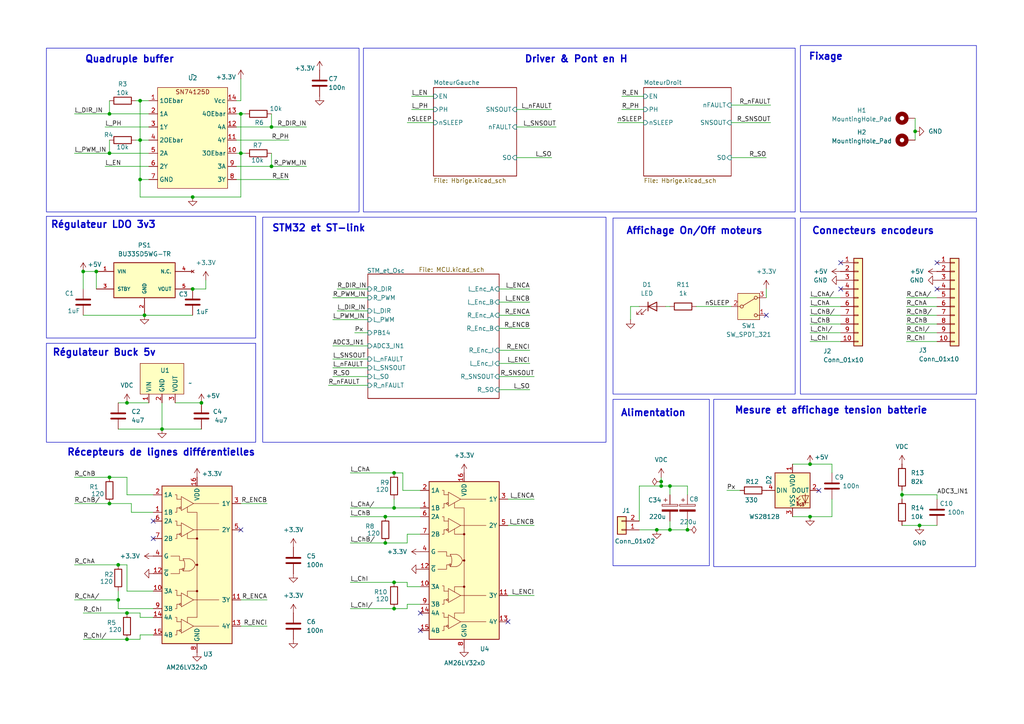
<source format=kicad_sch>
(kicad_sch (version 20250114) (generator "eeschema") (generator_version "9.0")
  (paper "A4")
  (title_block (title "Driver Moteur DC double ponts de Janus") (date "2025-05-11") (comment 1 "jusqu'à 35V 30A.  45V max en pic"))
  (lib_symbols
    (symbol "BU33SD5WG-TR:BU33SD5WG-TR" (pin_names (offset 1.016))
      (property "Reference" "PS" (at 24.13 6.35 0))
      (property "Value" "BU33SD5WG-TR" (at 22.86 3.81 0))
      (symbol "BU33SD5WG-TR_0_0"
        (pin no_connect line (at 27.94 0 180) (length 5.08) (name "N.C.") (number "4"))
      )
      (symbol "BU33SD5WG-TR_1_0"
        (pin power_in line (at 0 0 0) (length 5.08) (name "VIN") (number "1"))
        (pin power_in line (at 0 -5.08 0) (length 5.08) (name "STBY") (number "3"))
        (pin power_in line (at 13.97 -12.7 90) (length 5.08) (name "GND") (number "2"))
        (pin power_out line (at 27.94 -5.08 180) (length 5.08) (name "VOUT") (number "5"))
      )
    )
    (symbol "Connector_Generic:Conn_01x02" (pin_names (offset 1.016) (hide yes))
      (property "Reference" "J" (at 0 2.54 0))
      (property "Value" "Conn_01x02" (at 0 -5.08 0))
      (symbol "Conn_01x02_1_1"
        (pin passive line (at -5.08 0 0) (length 3.81) (name "Pin_1") (number "1"))
        (pin passive line (at -5.08 -2.54 0) (length 3.81) (name "Pin_2") (number "2"))
      )
    )
    (symbol "Connector_Generic:Conn_01x10" (pin_names (offset 1.016) (hide yes))
      (property "Reference" "J" (at 0 12.7 0))
      (property "Value" "Conn_01x10" (at 0 -15.24 0))
      (symbol "Conn_01x10_1_1"
        (pin passive line (at -5.08 10.16 0) (length 3.81) (name "Pin_1") (number "1"))
        (pin passive line (at -5.08 7.62 0) (length 3.81) (name "Pin_2") (number "2"))
        (pin passive line (at -5.08 5.08 0) (length 3.81) (name "Pin_3") (number "3"))
        (pin passive line (at -5.08 2.54 0) (length 3.81) (name "Pin_4") (number "4"))
        (pin passive line (at -5.08 0 0) (length 3.81) (name "Pin_5") (number "5"))
        (pin passive line (at -5.08 -2.54 0) (length 3.81) (name "Pin_6") (number "6"))
        (pin passive line (at -5.08 -5.08 0) (length 3.81) (name "Pin_7") (number "7"))
        (pin passive line (at -5.08 -7.62 0) (length 3.81) (name "Pin_8") (number "8"))
        (pin passive line (at -5.08 -10.16 0) (length 3.81) (name "Pin_9") (number "9"))
        (pin passive line (at -5.08 -12.7 0) (length 3.81) (name "Pin_10") (number "10"))
      )
    )
    (symbol "Device:C" (pin_numbers (hide yes)) (pin_names (offset 0.254))
      (property "Reference" "C" (at 0.635 2.54 0))
      (property "Value" "C" (at 0.635 -2.54 0))
      (symbol "C_1_1"
        (pin passive line (at 0 3.81 270) (length 2.794) (name "~") (number "1"))
        (pin passive line (at 0 -3.81 90) (length 2.794) (name "~") (number "2"))
      )
    )
    (symbol "Device:C_Polarized" (pin_numbers (hide yes)) (pin_names (offset 0.254))
      (property "Reference" "C" (at 0.635 2.54 0))
      (property "Value" "C_Polarized" (at 0.635 -2.54 0))
      (symbol "C_Polarized_1_1"
        (pin passive line (at 0 3.81 270) (length 2.794) (name "~") (number "1"))
        (pin passive line (at 0 -3.81 90) (length 2.794) (name "~") (number "2"))
      )
    )
    (symbol "Device:LED" (pin_numbers (hide yes)) (pin_names (offset 1.016) (hide yes))
      (property "Reference" "D" (at 0 2.54 0))
      (property "Value" "LED" (at 0 -2.54 0))
      (symbol "LED_1_1"
        (pin passive line (at -3.81 0 0) (length 2.54) (name "K") (number "1"))
        (pin passive line (at 3.81 0 180) (length 2.54) (name "A") (number "2"))
      )
    )
    (symbol "Device:R" (pin_numbers (hide yes)) (pin_names (offset 0))
      (property "Reference" "R" (at 2.032 0 90))
      (property "Value" "R" (at 0 0 90))
      (symbol "R_1_1"
        (pin passive line (at 0 3.81 270) (length 1.27) (name "~") (number "1"))
        (pin passive line (at 0 -3.81 90) (length 1.27) (name "~") (number "2"))
      )
    )
    (symbol "Interface:AM26LV32xD"
      (property "Reference" "U" (at -8.89 24.13 0))
      (property "Value" "AM26LV32xD" (at 10.16 24.13 0))
      (symbol "AM26LV32xD_1_1"
        (pin input line (at -12.7 20.32 0) (length 2.54) (name "1A") (number "2"))
        (pin input line (at -12.7 15.24 0) (length 2.54) (name "1B") (number "1"))
        (pin input line (at -12.7 12.7 0) (length 2.54) (name "2A") (number "6"))
        (pin input line (at -12.7 7.62 0) (length 2.54) (name "2B") (number "7"))
        (pin input line (at -12.7 2.54 0) (length 2.54) (name "G") (number "4"))
        (pin input line (at -12.7 -2.54 0) (length 2.54) (name "~{G}") (number "12"))
        (pin input line (at -12.7 -7.62 0) (length 2.54) (name "3A") (number "10"))
        (pin input line (at -12.7 -12.7 0) (length 2.54) (name "3B") (number "9"))
        (pin input line (at -12.7 -15.24 0) (length 2.54) (name "4A") (number "14"))
        (pin input line (at -12.7 -20.32 0) (length 2.54) (name "4B") (number "15"))
        (pin power_in line (at 0 25.4 270) (length 2.54) (name "VDD") (number "16"))
        (pin power_in line (at 0 -25.4 90) (length 2.54) (name "GND") (number "8"))
        (pin tri_state line (at 12.7 17.78 180) (length 2.54) (name "1Y") (number "3"))
        (pin tri_state line (at 12.7 10.16 180) (length 2.54) (name "2Y") (number "5"))
        (pin tri_state line (at 12.7 -10.16 180) (length 2.54) (name "3Y") (number "11"))
        (pin tri_state line (at 12.7 -17.78 180) (length 2.54) (name "4Y") (number "13"))
      )
    )
    (symbol "LED:WS2812B" (pin_names (offset 0.254))
      (property "Reference" "D" (at 5.08 5.715 0))
      (property "Value" "WS2812B" (at 1.27 -5.715 0))
      (symbol "WS2812B_0_0"
        (text "RGB" (at 2.286 -4.191 0) (effects (font (size 0.762 0.762))))
      )
      (symbol "WS2812B_1_1"
        (pin input line (at -7.62 0 0) (length 2.54) (name "DIN") (number "4"))
        (pin power_in line (at 0 7.62 270) (length 2.54) (name "VDD") (number "1"))
        (pin power_in line (at 0 -7.62 90) (length 2.54) (name "VSS") (number "3"))
        (pin output line (at 7.62 0 180) (length 2.54) (name "DOUT") (number "2"))
      )
    )
    (symbol "MagI3C:MagI3C_3v3_StepDown"
      (property "Reference" "U" (at 0 2.54 0))
      (symbol "MagI3C_3v3_StepDown_1_1"
        (pin power_in line (at -3.81 -6.35 90) (length 2.54) (name "VIN") (number "1"))
        (pin power_in line (at 0 -6.35 90) (length 2.54) (name "GND") (number "2"))
        (pin power_out line (at 3.81 -6.35 90) (length 2.54) (name "VOUT") (number "3"))
      )
    )
    (symbol "Mechanical:MountingHole_Pad" (pin_numbers (hide yes)) (pin_names (offset 1.016) (hide yes)) (in_bom no)
      (property "Reference" "H" (at 0 6.35 0))
      (property "Value" "MountingHole_Pad" (at 0 4.445 0))
      (symbol "MountingHole_Pad_1_1"
        (pin input line (at 0 -2.54 90) (length 2.54) (name "1") (number "1"))
      )
    )
    (symbol "SN74HC125:SN74125D"
      (property "Reference" "U" (at 0 0 0))
      (symbol "SN74125D_1_1"
        (text "SN74125D\n" (at 0 13.97 0) (effects (font (size 1.27 1.27))))
        (pin input line (at -12.7 11.43 0) (length 2.54) (name "1OEbar") (number "1"))
        (pin input line (at -12.7 7.62 0) (length 2.54) (name "1A") (number "2"))
        (pin input line (at -12.7 3.81 0) (length 2.54) (name "1Y") (number "3"))
        (pin input line (at -12.7 0 0) (length 2.54) (name "2OEbar") (number "4"))
        (pin input line (at -12.7 -3.81 0) (length 2.54) (name "2A") (number "5"))
        (pin input line (at -12.7 -7.62 0) (length 2.54) (name "2Y") (number "6"))
        (pin power_in line (at -12.7 -11.43 0) (length 2.54) (name "GND") (number "7"))
        (pin input line (at 12.7 11.43 180) (length 2.54) (name "Vcc") (number "14"))
        (pin input line (at 12.7 7.62 180) (length 2.54) (name "4OEbar") (number "13"))
        (pin input line (at 12.7 3.81 180) (length 2.54) (name "4A") (number "12"))
        (pin input line (at 12.7 0 180) (length 2.54) (name "4Y") (number "11"))
        (pin input line (at 12.7 -3.81 180) (length 2.54) (name "3OEbar") (number "10"))
        (pin input line (at 12.7 -7.62 180) (length 2.54) (name "3A") (number "9"))
        (pin input line (at 12.7 -11.43 180) (length 2.54) (name "3Y") (number "8"))
      )
    )
    (symbol "Switch:SW_SPDT_321" (pin_names (offset 1) (hide yes))
      (property "Reference" "SW" (at 0 5.08 0))
      (property "Value" "SW_SPDT_321" (at 0 -5.08 0))
      (symbol "SW_SPDT_321_1_1"
        (pin passive line (at -5.08 0 0) (length 2.54) (name "B") (number "2"))
        (pin passive line (at 5.08 2.54 180) (length 2.54) (name "A") (number "3"))
        (pin passive line (at 5.08 -2.54 180) (length 2.54) (name "C") (number "1"))
      )
    )
    (symbol "power:+3.3V" (power) (pin_numbers (hide yes)) (pin_names (offset 0) (hide yes))
      (property "Value" "+3.3V" (at 0 3.556 0))
      (symbol "+3.3V_1_1"
        (pin power_in line (at 0 0 90) (length 0) (name "~") (number "1"))
      )
    )
    (symbol "power:+5V" (power) (pin_numbers (hide yes)) (pin_names (offset 0) (hide yes))
      (property "Value" "+5V" (at 0 3.556 0))
      (symbol "+5V_1_1"
        (pin power_in line (at 0 0 90) (length 0) (name "~") (number "1"))
      )
    )
    (symbol "power:GND" (power) (pin_numbers (hide yes)) (pin_names (offset 0) (hide yes))
      (property "Value" "GND" (at 0 -3.81 0))
      (symbol "GND_1_1"
        (pin power_in line (at 0 0 270) (length 0) (name "~") (number "1"))
      )
    )
    (symbol "power:PWR_FLAG" (power) (pin_numbers (hide yes)) (pin_names (offset 0) (hide yes))
      (property "Value" "PWR_FLAG" (at 0 3.81 0))
      (symbol "PWR_FLAG_0_0"
        (pin power_out line (at 0 0 90) (length 0) (name "~") (number "1"))
      )
    )
    (symbol "power:VDC" (power) (pin_numbers (hide yes)) (pin_names (offset 0) (hide yes))
      (property "Value" "VDC" (at 0 3.556 0))
      (symbol "VDC_1_1"
        (pin power_in line (at 0 0 90) (length 0) (name "~") (number "1"))
      )
    )
  )
  (rectangle (start 13.462 62.738) (end 74.168 98.044))
  (rectangle (start 232.156 13.208) (end 283.21 61.468))
  (rectangle (start 76.2 62.992) (end 175.768 128.27))
  (rectangle (start 232.156 63.246) (end 283.21 114.3))
  (rectangle (start 13.462 13.97) (end 104.14 61.468))
  (rectangle (start 105.41 13.97) (end 230.632 61.468))
  (rectangle (start 207.01 115.824) (end 282.956 164.338))
  (rectangle (start 177.8 115.824) (end 205.74 164.084))
  (rectangle (start 177.8 63.246) (end 230.632 114.3))
  (rectangle (start 13.462 99.568) (end 74.168 128.27))
  (text "STM32 et ST-link\n" (at 92.456 66.294 0) (effects (font (size 2 2) (thickness 0.4) (bold yes))))
  (text "Driver & Pont en H" (at 167.132 17.272 0) (effects (font (size 2 2) (thickness 0.4) (bold yes))))
  (text "Fixage\n" (at 239.522 16.51 0) (effects (font (size 2 2) (thickness 0.4) (bold yes))))
  (text "Quadruple buffer\n" (at 37.592 17.272 0) (effects (font (size 2 2) (thickness 0.4) (bold yes))))
  (text "Régulateur LDO 3v3\n" (at 29.972 65.278 0) (effects (font (size 2 2) (thickness 0.4) (bold yes))))
  (text "Connecteurs encodeurs" (at 253.238 67.056 0) (effects (font (size 2 2) (thickness 0.4) (bold yes))))
  (text "Alimentation\n" (at 189.484 119.888 0) (effects (font (size 2 2) (thickness 0.4) (bold yes))))
  (text "Affichage On/Off moteurs\n" (at 201.422 67.056 0) (effects (font (size 2 2) (thickness 0.4) (bold yes))))
  (text "Récepteurs de lignes différentielles" (at 46.736 131.318 0) (effects (font (size 2 2) (thickness 0.4) (bold yes))))
  (text "Régulateur Buck 5v" (at 30.226 102.362 0) (effects (font (size 2 2) (thickness 0.4) (bold yes))))
  (text "Mesure et affichage tension batterie" (at 241.046 119.126 0) (effects (font (size 2 2) (thickness 0.4) (bold yes))))
  (junction (at 266.7 152.4))
  (junction (at 31.75 44.45))
  (junction (at 58.42 116.84))
  (junction (at 36.83 116.84))
  (junction (at 46.99 124.46))
  (junction (at 194.31 153.67))
  (junction (at 34.29 163.83))
  (junction (at 234.95 149.86))
  (junction (at 114.3 137.16))
  (junction (at 199.39 153.67))
  (junction (at 191.77 139.7))
  (junction (at 234.95 134.62))
  (junction (at 261.62 143.51))
  (junction (at 40.64 52.07))
  (junction (at 111.76 149.86))
  (junction (at 24.13 78.74))
  (junction (at 69.85 33.02))
  (junction (at 36.83 177.8))
  (junction (at 265.43 38.1))
  (junction (at 31.75 146.05))
  (junction (at 114.3 176.53))
  (junction (at 114.3 168.91))
  (junction (at 55.88 83.82))
  (junction (at 114.3 147.32))
  (junction (at 111.76 157.48))
  (junction (at 34.29 173.99))
  (junction (at 69.85 44.45))
  (junction (at 191.77 140.97))
  (junction (at 55.88 57.15))
  (junction (at 40.64 29.21))
  (junction (at 40.64 40.64))
  (junction (at 31.75 138.43))
  (junction (at 41.91 91.44))
  (junction (at 31.75 33.02))
  (junction (at 190.5 153.67))
  (junction (at 36.83 185.42))
  (junction (at 78.74 48.26))
  (junction (at 27.94 78.74))
  (junction (at 78.74 36.83))
  (junction (at 194.31 140.97))
  (no_connect (at 147.32 180.34))
  (no_connect (at 44.45 151.13))
  (no_connect (at 271.78 76.2))
  (no_connect (at 271.78 83.82))
  (no_connect (at 69.85 153.67))
  (no_connect (at 243.84 76.2))
  (no_connect (at 44.45 156.21))
  (no_connect (at 222.25 91.44))
  (no_connect (at 121.92 177.8))
  (no_connect (at 243.84 83.82))
  (no_connect (at 237.49 142.24))
  (no_connect (at 121.92 182.88))
  (wire (pts (xy 69.85 44.45) (xy 68.58 44.45)))
  (wire (pts (xy 262.89 86.36) (xy 271.78 86.36)))
  (wire (pts (xy 161.29 36.83) (xy 149.86 36.83)))
  (wire (pts (xy 69.85 22.86) (xy 69.85 29.21)))
  (wire (pts (xy 261.62 143.51) (xy 271.78 143.51)))
  (wire (pts (xy 38.1 148.59) (xy 44.45 148.59)))
  (wire (pts (xy 101.6 157.48) (xy 111.76 157.48)))
  (wire (pts (xy 179.07 35.56) (xy 186.69 35.56)))
  (wire (pts (xy 234.95 86.36) (xy 243.84 86.36)))
  (wire (pts (xy 34.29 116.84) (xy 36.83 116.84)))
  (wire (pts (xy 21.59 33.02) (xy 31.75 33.02)))
  (wire (pts (xy 185.42 140.97) (xy 191.77 140.97)))
  (wire (pts (xy 114.3 176.53) (xy 118.11 176.53)))
  (wire (pts (xy 223.52 35.56) (xy 212.09 35.56)))
  (wire (pts (xy 31.75 44.45) (xy 31.75 40.64)))
  (wire (pts (xy 69.85 33.02) (xy 69.85 44.45)))
  (wire (pts (xy 147.32 172.72) (xy 154.94 172.72)))
  (wire (pts (xy 234.95 91.44) (xy 243.84 91.44)))
  (wire (pts (xy 97.79 90.17) (xy 106.68 90.17)))
  (wire (pts (xy 234.95 149.86) (xy 229.87 149.86)))
  (wire (pts (xy 21.59 138.43) (xy 31.75 138.43)))
  (wire (pts (xy 185.42 151.13) (xy 185.42 140.97)))
  (wire (pts (xy 31.75 146.05) (xy 38.1 146.05)))
  (wire (pts (xy 111.76 157.48) (xy 118.11 157.48)))
  (wire (pts (xy 40.64 29.21) (xy 40.64 40.64)))
  (wire (pts (xy 229.87 134.62) (xy 234.95 134.62)))
  (wire (pts (xy 114.3 147.32) (xy 114.3 144.78)))
  (wire (pts (xy 46.99 116.84) (xy 46.99 124.46)))
  (wire (pts (xy 69.85 33.02) (xy 71.12 33.02)))
  (wire (pts (xy 191.77 139.7) (xy 191.77 140.97)))
  (wire (pts (xy 68.58 48.26) (xy 78.74 48.26)))
  (wire (pts (xy 241.3 144.78) (xy 241.3 149.86)))
  (wire (pts (xy 40.64 57.15) (xy 55.88 57.15)))
  (wire (pts (xy 71.12 44.45) (xy 69.85 44.45)))
  (wire (pts (xy 153.67 113.03) (xy 144.78 113.03)))
  (wire (pts (xy 194.31 153.67) (xy 199.39 153.67)))
  (wire (pts (xy 153.67 91.44) (xy 144.78 91.44)))
  (wire (pts (xy 153.67 105.41) (xy 144.78 105.41)))
  (wire (pts (xy 194.31 140.97) (xy 199.39 140.97)))
  (wire (pts (xy 265.43 34.29) (xy 265.43 38.1)))
  (wire (pts (xy 69.85 29.21) (xy 68.58 29.21)))
  (wire (pts (xy 262.89 93.98) (xy 271.78 93.98)))
  (wire (pts (xy 271.78 144.78) (xy 271.78 143.51)))
  (wire (pts (xy 147.32 152.4) (xy 154.94 152.4)))
  (wire (pts (xy 194.31 143.51) (xy 194.31 140.97)))
  (wire (pts (xy 24.13 78.74) (xy 27.94 78.74)))
  (wire (pts (xy 96.52 92.71) (xy 106.68 92.71)))
  (wire (pts (xy 50.8 116.84) (xy 58.42 116.84)))
  (wire (pts (xy 44.45 176.53) (xy 34.29 176.53)))
  (wire (pts (xy 69.85 146.05) (xy 77.47 146.05)))
  (wire (pts (xy 222.25 83.82) (xy 222.25 86.36)))
  (wire (pts (xy 36.83 116.84) (xy 43.18 116.84)))
  (wire (pts (xy 44.45 171.45) (xy 36.83 171.45)))
  (wire (pts (xy 191.77 140.97) (xy 194.31 140.97)))
  (wire (pts (xy 118.11 154.94) (xy 121.92 154.94)))
  (wire (pts (xy 241.3 134.62) (xy 241.3 137.16)))
  (wire (pts (xy 234.95 88.9) (xy 243.84 88.9)))
  (wire (pts (xy 69.85 181.61) (xy 77.47 181.61)))
  (wire (pts (xy 265.43 38.1) (xy 265.43 40.64)))
  (wire (pts (xy 153.67 101.6) (xy 144.78 101.6)))
  (wire (pts (xy 68.58 33.02) (xy 69.85 33.02)))
  (wire (pts (xy 182.88 88.9) (xy 185.42 88.9)))
  (wire (pts (xy 40.64 185.42) (xy 40.64 184.15)))
  (wire (pts (xy 69.85 44.45) (xy 69.85 57.15)))
  (wire (pts (xy 30.48 36.83) (xy 43.18 36.83)))
  (wire (pts (xy 194.31 151.13) (xy 194.31 153.67)))
  (wire (pts (xy 96.52 106.68) (xy 106.68 106.68)))
  (wire (pts (xy 39.37 29.21) (xy 40.64 29.21)))
  (wire (pts (xy 21.59 163.83) (xy 34.29 163.83)))
  (wire (pts (xy 83.82 52.07) (xy 68.58 52.07)))
  (wire (pts (xy 185.42 153.67) (xy 190.5 153.67)))
  (wire (pts (xy 40.64 52.07) (xy 40.64 57.15)))
  (wire (pts (xy 118.11 157.48) (xy 118.11 154.94)))
  (wire (pts (xy 119.38 31.75) (xy 125.73 31.75)))
  (wire (pts (xy 261.62 152.4) (xy 266.7 152.4)))
  (wire (pts (xy 36.83 163.83) (xy 36.83 171.45)))
  (wire (pts (xy 40.64 52.07) (xy 43.18 52.07)))
  (wire (pts (xy 39.37 40.64) (xy 40.64 40.64)))
  (wire (pts (xy 40.64 40.64) (xy 43.18 40.64)))
  (wire (pts (xy 40.64 184.15) (xy 44.45 184.15)))
  (wire (pts (xy 68.58 36.83) (xy 78.74 36.83)))
  (wire (pts (xy 69.85 173.99) (xy 77.47 173.99)))
  (wire (pts (xy 34.29 176.53) (xy 34.29 173.99)))
  (wire (pts (xy 261.62 144.78) (xy 261.62 143.51)))
  (wire (pts (xy 59.69 81.28) (xy 59.69 83.82)))
  (wire (pts (xy 101.6 168.91) (xy 114.3 168.91)))
  (wire (pts (xy 118.11 175.26) (xy 121.92 175.26)))
  (wire (pts (xy 78.74 48.26) (xy 78.74 44.45)))
  (wire (pts (xy 116.84 142.24) (xy 121.92 142.24)))
  (wire (pts (xy 36.83 177.8) (xy 40.64 177.8)))
  (wire (pts (xy 153.67 95.25) (xy 144.78 95.25)))
  (wire (pts (xy 40.64 179.07) (xy 44.45 179.07)))
  (wire (pts (xy 118.11 170.18) (xy 121.92 170.18)))
  (wire (pts (xy 34.29 124.46) (xy 46.99 124.46)))
  (wire (pts (xy 21.59 173.99) (xy 34.29 173.99)))
  (wire (pts (xy 101.6 176.53) (xy 114.3 176.53)))
  (wire (pts (xy 96.52 86.36) (xy 106.68 86.36)))
  (wire (pts (xy 21.59 146.05) (xy 31.75 146.05)))
  (wire (pts (xy 78.74 36.83) (xy 88.9 36.83)))
  (wire (pts (xy 199.39 140.97) (xy 199.39 143.51)))
  (wire (pts (xy 234.95 93.98) (xy 243.84 93.98)))
  (wire (pts (xy 40.64 177.8) (xy 40.64 179.07)))
  (wire (pts (xy 262.89 88.9) (xy 271.78 88.9)))
  (wire (pts (xy 24.13 185.42) (xy 36.83 185.42)))
  (wire (pts (xy 96.52 100.33) (xy 106.68 100.33)))
  (wire (pts (xy 55.88 57.15) (xy 69.85 57.15)))
  (wire (pts (xy 194.31 88.9) (xy 193.04 88.9)))
  (wire (pts (xy 101.6 137.16) (xy 114.3 137.16)))
  (wire (pts (xy 46.99 124.46) (xy 58.42 124.46)))
  (wire (pts (xy 262.89 96.52) (xy 271.78 96.52)))
  (wire (pts (xy 96.52 104.14) (xy 106.68 104.14)))
  (wire (pts (xy 118.11 176.53) (xy 118.11 175.26)))
  (wire (pts (xy 199.39 151.13) (xy 199.39 153.67)))
  (wire (pts (xy 180.34 31.75) (xy 186.69 31.75)))
  (wire (pts (xy 36.83 185.42) (xy 40.64 185.42)))
  (wire (pts (xy 36.83 143.51) (xy 44.45 143.51)))
  (wire (pts (xy 241.3 149.86) (xy 234.95 149.86)))
  (wire (pts (xy 95.25 111.76) (xy 106.68 111.76)))
  (wire (pts (xy 38.1 146.05) (xy 38.1 148.59)))
  (wire (pts (xy 191.77 138.43) (xy 191.77 139.7)))
  (wire (pts (xy 154.94 109.22) (xy 144.78 109.22)))
  (wire (pts (xy 116.84 137.16) (xy 116.84 142.24)))
  (wire (pts (xy 114.3 137.16) (xy 116.84 137.16)))
  (wire (pts (xy 182.88 88.9) (xy 182.88 92.71)))
  (wire (pts (xy 201.93 88.9) (xy 212.09 88.9)))
  (wire (pts (xy 266.7 152.4) (xy 271.78 152.4)))
  (wire (pts (xy 101.6 147.32) (xy 114.3 147.32)))
  (wire (pts (xy 36.83 138.43) (xy 36.83 143.51)))
  (wire (pts (xy 78.74 48.26) (xy 88.9 48.26)))
  (wire (pts (xy 210.82 142.24) (xy 214.63 142.24)))
  (wire (pts (xy 43.18 44.45) (xy 31.75 44.45)))
  (wire (pts (xy 40.64 29.21) (xy 43.18 29.21)))
  (wire (pts (xy 83.82 40.64) (xy 68.58 40.64)))
  (wire (pts (xy 31.75 138.43) (xy 36.83 138.43)))
  (wire (pts (xy 31.75 33.02) (xy 31.75 29.21)))
  (wire (pts (xy 153.67 83.82) (xy 144.78 83.82)))
  (wire (pts (xy 180.34 27.94) (xy 186.69 27.94)))
  (wire (pts (xy 24.13 177.8) (xy 36.83 177.8)))
  (wire (pts (xy 262.89 91.44) (xy 271.78 91.44)))
  (wire (pts (xy 30.48 48.26) (xy 43.18 48.26)))
  (wire (pts (xy 234.95 99.06) (xy 243.84 99.06)))
  (wire (pts (xy 190.5 153.67) (xy 194.31 153.67)))
  (wire (pts (xy 262.89 99.06) (xy 271.78 99.06)))
  (wire (pts (xy 160.02 45.72) (xy 149.86 45.72)))
  (wire (pts (xy 40.64 40.64) (xy 40.64 52.07)))
  (wire (pts (xy 24.13 91.44) (xy 41.91 91.44)))
  (wire (pts (xy 234.95 134.62) (xy 241.3 134.62)))
  (wire (pts (xy 24.13 83.82) (xy 24.13 78.74)))
  (wire (pts (xy 234.95 96.52) (xy 243.84 96.52)))
  (wire (pts (xy 153.67 87.63) (xy 144.78 87.63)))
  (wire (pts (xy 59.69 83.82) (xy 55.88 83.82)))
  (wire (pts (xy 21.59 44.45) (xy 31.75 44.45)))
  (wire (pts (xy 41.91 91.44) (xy 55.88 91.44)))
  (wire (pts (xy 223.52 30.48) (xy 212.09 30.48)))
  (wire (pts (xy 101.6 149.86) (xy 111.76 149.86)))
  (wire (pts (xy 118.11 168.91) (xy 118.11 170.18)))
  (wire (pts (xy 111.76 149.86) (xy 121.92 149.86)))
  (wire (pts (xy 114.3 147.32) (xy 121.92 147.32)))
  (wire (pts (xy 114.3 168.91) (xy 118.11 168.91)))
  (wire (pts (xy 34.29 163.83) (xy 36.83 163.83)))
  (wire (pts (xy 119.38 27.94) (xy 125.73 27.94)))
  (wire (pts (xy 96.52 109.22) (xy 106.68 109.22)))
  (wire (pts (xy 97.79 83.82) (xy 106.68 83.82)))
  (wire (pts (xy 27.94 78.74) (xy 27.94 83.82)))
  (wire (pts (xy 222.25 45.72) (xy 212.09 45.72)))
  (wire (pts (xy 261.62 143.51) (xy 261.62 142.24)))
  (wire (pts (xy 102.87 96.52) (xy 106.68 96.52)))
  (wire (pts (xy 147.32 144.78) (xy 154.94 144.78)))
  (wire (pts (xy 34.29 173.99) (xy 34.29 171.45)))
  (wire (pts (xy 43.18 33.02) (xy 31.75 33.02)))
  (wire (pts (xy 160.02 31.75) (xy 149.86 31.75)))
  (wire (pts (xy 78.74 36.83) (xy 78.74 33.02)))
  (wire (pts (xy 118.11 35.56) (xy 125.73 35.56)))
  (label "R_ChB" (at 262.89 93.98 0))
  (label "L_ChB" (at 101.6 149.86 0))
  (label "L_ChI" (at 234.95 99.06 0))
  (label "L_nFAULT" (at 160.02 31.75 180))
  (label "R_PWM_IN" (at 88.9 48.26 180))
  (label "R_nFAULT" (at 95.25 111.76 0))
  (label "L_ChA" (at 234.95 88.9 0))
  (label "L_SO" (at 160.02 45.72 180))
  (label "R_EN" (at 180.34 27.94 0))
  (label "R_ChA" (at 262.89 88.9 0))
  (label "R_ChB{slash}" (at 21.59 146.05 0))
  (label "Px" (at 210.82 142.24 0))
  (label "L_ENCA" (at 153.67 83.82 180))
  (label "L_ChI{slash}" (at 101.6 176.53 0))
  (label "R_ChB{slash}" (at 262.89 91.44 0))
  (label "L_ChB{slash}" (at 234.95 91.44 0))
  (label "L_SO" (at 153.67 113.03 180))
  (label "R_DIR_IN" (at 97.79 83.82 0))
  (label "Px" (at 102.87 96.52 0))
  (label "ADC3_IN1" (at 96.52 100.33 0))
  (label "L_ChA{slash}" (at 234.95 86.36 0))
  (label "L_SNSOUT" (at 96.52 104.14 0))
  (label "L_ENCA" (at 154.94 144.78 180))
  (label "R_PH" (at 83.82 40.64 180))
  (label "R_EN" (at 83.82 52.07 180))
  (label "L_PWM_IN" (at 21.59 44.45 0))
  (label "nSLEEP" (at 204.47 88.9 0))
  (label "R_ENCI" (at 77.47 181.61 180))
  (label "R_ENCB" (at 153.67 95.25 180))
  (label "R_ENCA" (at 153.67 91.44 180))
  (label "L_ChA{slash}" (at 101.6 147.32 0))
  (label "R_PWM_IN" (at 96.52 86.36 0))
  (label "R_ChI{slash}" (at 24.13 185.42 0))
  (label "L_EN" (at 119.38 27.94 0))
  (label "R_SO" (at 222.25 45.72 180))
  (label "L_ChB" (at 234.95 93.98 0))
  (label "L_PH" (at 30.48 36.83 0))
  (label "L_ENCI" (at 154.94 172.72 180))
  (label "R_SO" (at 96.52 109.22 0))
  (label "R_ChB" (at 21.59 138.43 0))
  (label "nSLEEP" (at 118.11 35.56 0))
  (label "R_DIR_IN" (at 88.9 36.83 180))
  (label "L_ChI{slash}" (at 234.95 96.52 0))
  (label "R_nFAULT" (at 223.52 30.48 180))
  (label "R_ENCA" (at 77.47 173.99 180))
  (label "L_EN" (at 30.48 48.26 0))
  (label "L_DIR_IN" (at 97.79 90.17 0))
  (label "R_SNSOUT" (at 154.94 109.22 180))
  (label "L_ENCB" (at 154.94 152.4 180))
  (label "L_PWM_IN" (at 96.52 92.71 0))
  (label "L_PH" (at 119.38 31.75 0))
  (label "R_ChA{slash}" (at 21.59 173.99 0))
  (label "ADC3_IN1" (at 271.78 143.51 0))
  (label "L_nFAULT" (at 96.52 106.68 0))
  (label "R_ChI{slash}" (at 262.89 96.52 0))
  (label "nSLEEP" (at 179.07 35.56 0))
  (label "R_ChI" (at 262.89 99.06 0))
  (label "R_SNSOUT" (at 223.52 35.56 180))
  (label "R_ChI" (at 24.13 177.8 0))
  (label "R_ChA{slash}" (at 262.89 86.36 0))
  (label "R_ENCB" (at 77.47 146.05 180))
  (label "R_ChA" (at 21.59 163.83 0))
  (label "L_ChB{slash}" (at 101.6 157.48 0))
  (label "L_ENCI" (at 153.67 105.41 180))
  (label "R_ENCI" (at 153.67 101.6 180))
  (label "R_PH" (at 180.34 31.75 0))
  (label "L_DIR_IN" (at 21.59 33.02 0))
  (label "L_ChA" (at 101.6 137.16 0))
  (label "L_SNSOUT" (at 161.29 36.83 180))
  (label "L_ENCB" (at 153.67 87.63 180))
  (label "L_ChI" (at 101.6 168.91 0))
  (symbol (lib_id "power:GND") (at 265.43 38.1 90) (unit 1)
    (property "Reference" "#PWR032" (effects (hide yes)))
    (property "Value" "GND" (at 269.24 38.0999 90) (effects (justify right)))
    (property "Description" "Power symbol creates a global label with name \"GND\" , ground" (effects (hide yes)))
  )
  (symbol (lib_id "Device:C") (at 58.42 120.65 0) (unit 1)
    (property "Reference" "C4" (at 61.722 119.38 0) (effects (justify left)))
    (property "Value" "4u7" (at 62.23 121.9199 0) (effects (justify left)))
    (property "Footprint" "Capacitor_SMD:C_0603_1608Metric" (effects (hide yes)))
    (property "Description" "Unpolarized capacitor" (effects (hide yes)))
  )
  (symbol (lib_id "power:+5V") (at 234.95 134.62 0) (unit 1)
    (property "Reference" "#PWR027" (effects (hide yes)))
    (property "Value" "+5V" (at 238.252 132.588 0))
    (property "Description" "Power symbol creates a global label with name \"+5V\"" (effects (hide yes)))
  )
  (symbol (lib_id "Device:R") (at 35.56 29.21 90) (unit 1)
    (property "Reference" "R3" (at 35.56 24.384 90))
    (property "Value" "10k" (at 35.56 26.924 90))
    (property "Footprint" "Resistor_SMD:R_0402_1005Metric" (effects (hide yes)))
    (property "Description" "Resistor" (effects (hide yes)))
  )
  (symbol (lib_id "Device:C") (at 85.09 162.56 0) (unit 1)
    (property "Reference" "C5" (at 88.9 161.2899 0) (effects (justify left)))
    (property "Value" "100n" (at 88.9 163.8299 0) (effects (justify left)))
    (property "Footprint" "Capacitor_SMD:C_0402_1005Metric" (effects (hide yes)))
    (property "Description" "Unpolarized capacitor" (effects (hide yes)))
  )
  (symbol (lib_id "MagI3C:MagI3C_3v3_StepDown") (at 46.99 110.49 0) (unit 1)
    (property "Reference" "U1" (at 46.482 107.442 0) (effects (justify left)))
    (property "Value" "~" (at 54.61 111.125 0) (effects (justify left)))
    (property "Footprint" "MagI3C:StepDown3v3" (effects (hide yes)))
    (property "Datasheet" "https://www.we-online.com/components/products/datasheet/173010578.pdf" (effects (hide yes)))
    (property "Description" "MagI3C Power Module, 5V fix output, up to 1A, 28V" (effects (hide yes)))
    (property "MPN" "173010x78" (effects (hide yes)))
  )
  (symbol (lib_id "power:GND") (at 44.45 166.37 270) (unit 1)
    (property "Reference" "#PWR05" (effects (hide yes)))
    (property "Value" "GND" (effects (hide yes)))
    (property "Description" "Power symbol creates a global label with name \"GND\" , ground" (effects (hide yes)))
  )
  (symbol (lib_id "Connector_Generic:Conn_01x10") (at 248.92 86.36 0) (unit 1)
    (property "Reference" "J2" (at 238.76 101.854 0) (effects (justify left)))
    (property "Value" "Conn_01x10" (at 238.76 104.394 0) (effects (justify left)))
    (property "Footprint" "Connector_PinHeader_1.27mm:PinHeader_2x05_P1.27mm_Vertical_SMD" (effects (hide yes)))
    (property "Description" "Generic connector, single row, 01x10, script generated (kicad-library-utils/schlib/autogen/connector/)" (effects (hide yes)))
  )
  (symbol (lib_id "power:GND") (at 85.09 166.37 0) (unit 1)
    (property "Reference" "#PWR014" (effects (hide yes)))
    (property "Value" "GND" (effects (hide yes)))
    (property "Description" "Power symbol creates a global label with name \"GND\" , ground" (effects (hide yes)))
  )
  (symbol (lib_id "power:GND") (at 266.7 152.4 0) (unit 1)
    (property "Reference" "#PWR033" (effects (hide yes)))
    (property "Value" "GND" (at 266.7 157.48 0))
    (property "Description" "Power symbol creates a global label with name \"GND\" , ground" (effects (hide yes)))
  )
  (symbol (lib_id "Mechanical:MountingHole_Pad") (at 262.89 40.64 90) (unit 1) (in_bom no)
    (property "Reference" "H2" (at 249.936 38.354 90))
    (property "Value" "MountingHole_Pad" (at 249.936 40.894 90))
    (property "Footprint" "MountingHole:MountingHole_2.5mm_Pad" (effects (hide yes)))
    (property "Description" "Mounting Hole with connection" (effects (hide yes)))
  )
  (symbol (lib_id "power:GND") (at 57.15 189.23 0) (unit 1)
    (property "Reference" "#PWR09" (effects (hide yes)))
    (property "Value" "GND" (effects (hide yes)))
    (property "Description" "Power symbol creates a global label with name \"GND\" , ground" (effects (hide yes)))
  )
  (symbol (lib_id "power:GND") (at 55.88 57.15 0) (unit 1)
    (property "Reference" "#PWR07" (effects (hide yes)))
    (property "Value" "GND" (effects (hide yes)))
    (property "Description" "Power symbol creates a global label with name \"GND\" , ground" (effects (hide yes)))
  )
  (symbol (lib_id "BU33SD5WG-TR:BU33SD5WG-TR") (at 27.94 78.74 0) (unit 1)
    (property "Reference" "PS1" (at 41.91 71.12 0))
    (property "Value" "BU33SD5WG-TR" (at 41.91 73.66 0))
    (property "Footprint" "BU33SD5WG-TR:SOT95P280X125-5N" (effects (hide yes)))
    (property "Manufacturer_Name" "ROHM Semiconductor" (effects (hide yes)))
    (property "MF" "Rohm" (effects (hide yes)))
    (property "Mouser_Price-Stock" "https://www.mouser.co.uk/ProductDetail/ROHM-Semiconductor/BU33SD5WG-TR?qs=%2FKR40Cd6GUrQDzRkUEt69Q%3D%3D" (effects (hide yes)))
    (property "Description_1" "Linear Voltage Regulator IC Positive Fixed 1 Output  500mA 5-SSOP" (effects (hide yes)))
    (property "Mouser_Part_Number" "755-BU33SD5WG-TR" (effects (hide yes)))
    (property "Price" "None" (effects (hide yes)))
    (property "Package" "SSOP-5 Rohm" (effects (hide yes)))
    (property "Check_prices" "https://www.snapeda.com/parts/BU33SD5WG-TR/Rohm/view-part/?ref=eda" (effects (hide yes)))
    (property "Height" "1.25mm" (effects (hide yes)))
    (property "MP" "BU33SD5WG-TR" (effects (hide yes)))
    (property "SnapEDA_Link" "https://www.snapeda.com/parts/BU33SD5WG-TR/Rohm/view-part/?ref=snap" (effects (hide yes)))
    (property "Availability" "Not in stock" (effects (hide yes)))
    (property "Manufacturer_Part_Number" "BU33SD5WG-TR" (effects (hide yes)))
  )
  (symbol (lib_id "power:GND") (at 41.91 91.44 0) (unit 1)
    (property "Reference" "#PWR03" (effects (hide yes)))
    (property "Value" "GND" (effects (hide yes)))
    (property "Description" "Power symbol creates a global label with name \"GND\" , ground" (effects (hide yes)))
  )
  (symbol (lib_id "LED:WS2812B") (at 229.87 142.24 0) (unit 1)
    (property "Reference" "D2" (at 223.012 139.192 90))
    (property "Value" "WS2812B" (at 221.742 149.86 0))
    (property "Footprint" "LED_SMD:LED_WS2812B_PLCC4_5.0x5.0mm_P3.2mm" (effects (hide yes)))
    (property "Datasheet" "https://cdn-shop.adafruit.com/datasheets/WS2812B.pdf" (effects (hide yes)))
    (property "Description" "RGB LED with integrated controller" (effects (hide yes)))
  )
  (symbol (lib_id "power:GND") (at 134.62 187.96 0) (unit 1)
    (property "Reference" "#PWR022" (effects (hide yes)))
    (property "Value" "GND" (effects (hide yes)))
    (property "Description" "Power symbol creates a global label with name \"GND\" , ground" (effects (hide yes)))
  )
  (symbol (lib_id "power:+3.3V") (at 85.09 177.8 0) (unit 1)
    (property "Reference" "#PWR015" (effects (hide yes)))
    (property "Value" "+3.3V" (at 85.09 172.72 0))
    (property "Description" "Power symbol creates a global label with name \"+3.3V\"" (effects (hide yes)))
  )
  (symbol (lib_id "power:+3.3V") (at 44.45 161.29 90) (unit 1)
    (property "Reference" "#PWR04" (effects (hide yes)))
    (property "Value" "+3.3V" (at 40.64 161.2899 90) (effects (justify left)))
    (property "Description" "Power symbol creates a global label with name \"+3.3V\"" (effects (hide yes)))
  )
  (symbol (lib_id "Device:R") (at 35.56 40.64 90) (unit 1)
    (property "Reference" "R4" (at 31.496 39.116 90))
    (property "Value" "10k" (at 35.56 42.672 90))
    (property "Footprint" "Resistor_SMD:R_0402_1005Metric" (effects (hide yes)))
    (property "Description" "Resistor" (effects (hide yes)))
  )
  (symbol (lib_id "power:GND") (at 92.71 27.94 0) (unit 1)
    (property "Reference" "#PWR018" (effects (hide yes)))
    (property "Value" "GND" (effects (hide yes)))
    (property "Description" "Power symbol creates a global label with name \"GND\" , ground" (effects (hide yes)))
  )
  (symbol (lib_id "Mechanical:MountingHole_Pad") (at 262.89 34.29 90) (unit 1) (in_bom no)
    (property "Reference" "H1" (at 249.936 32.004 90))
    (property "Value" "MountingHole_Pad" (at 249.936 34.544 90))
    (property "Footprint" "MountingHole:MountingHole_2.5mm_Pad" (effects (hide yes)))
    (property "Description" "Mounting Hole with connection" (effects (hide yes)))
  )
  (symbol (lib_id "power:VDC") (at 191.77 138.43 0) (unit 1)
    (property "Reference" "#PWR025" (effects (hide yes)))
    (property "Value" "VDC" (at 191.77 133.35 0))
    (property "Description" "Power symbol creates a global label with name \"VDC\"" (effects (hide yes)))
  )
  (symbol (lib_id "power:+3.3V") (at 57.15 138.43 0) (unit 1)
    (property "Reference" "#PWR08" (effects (hide yes)))
    (property "Value" "+3.3V" (at 61.468 137.414 0))
    (property "Description" "Power symbol creates a global label with name \"+3.3V\"" (effects (hide yes)))
  )
  (symbol (lib_id "power:GND") (at 46.99 124.46 0) (unit 1)
    (property "Reference" "#PWR06" (effects (hide yes)))
    (property "Value" "GND" (effects (hide yes)))
    (property "Description" "Power symbol creates a global label with name \"GND\" , ground" (effects (hide yes)))
  )
  (symbol (lib_id "power:VDC") (at 36.83 116.84 0) (unit 1)
    (property "Reference" "#PWR02" (effects (hide yes)))
    (property "Value" "VDC" (at 36.83 111.76 0))
    (property "Description" "Power symbol creates a global label with name \"VDC\"" (effects (hide yes)))
  )
  (symbol (lib_id "Device:R") (at 218.44 142.24 90) (unit 1)
    (property "Reference" "R12" (at 218.186 139.7 90))
    (property "Value" "330" (at 217.932 145.034 90))
    (property "Footprint" "Resistor_SMD:R_0402_1005Metric" (effects (hide yes)))
    (property "Description" "Resistor" (effects (hide yes)))
  )
  (symbol (lib_id "Device:R") (at 36.83 181.61 0) (unit 1)
    (property "Reference" "R5" (at 30.988 180.594 0) (effects (justify left)))
    (property "Value" "120" (at 31.496 182.626 0) (effects (justify left)))
    (property "Footprint" "Resistor_SMD:R_0402_1005Metric" (effects (hide yes)))
    (property "Description" "Resistor" (effects (hide yes)))
  )
  (symbol (lib_id "Device:R") (at 114.3 172.72 0) (unit 1)
    (property "Reference" "R10" (at 108.458 171.704 0) (effects (justify left)))
    (property "Value" "120" (at 108.966 173.736 0) (effects (justify left)))
    (property "Footprint" "Resistor_SMD:R_0402_1005Metric" (effects (hide yes)))
    (property "Description" "Resistor" (effects (hide yes)))
  )
  (symbol (lib_id "Interface:AM26LV32xD") (at 134.62 162.56 0) (unit 1)
    (property "Reference" "U4" (at 139.192 188.214 0) (effects (justify left)))
    (property "Value" "AM26LV32xD" (at 128.778 192.278 0) (effects (justify left)))
    (property "Footprint" "Package_SO:SOIC-16_3.9x9.9mm_P1.27mm" (effects (hide yes)))
    (property "Datasheet" "http://www.ti.com/lit/ds/symlink/am26lv32.pdf" (effects (hide yes)))
    (property "Description" "32Mbps 3.3V RS485 Quad Line Receivers, SOIC-16" (effects (hide yes)))
  )
  (symbol (lib_id "Device:R") (at 31.75 142.24 0) (unit 1)
    (property "Reference" "R1" (at 25.908 141.224 0) (effects (justify left)))
    (property "Value" "120" (at 26.416 143.256 0) (effects (justify left)))
    (property "Footprint" "Resistor_SMD:R_0402_1005Metric" (effects (hide yes)))
    (property "Description" "Resistor" (effects (hide yes)))
  )
  (symbol (lib_id "Device:R") (at 114.3 140.97 0) (unit 1)
    (property "Reference" "R9" (at 110.236 139.954 0) (effects (justify left)))
    (property "Value" "120" (at 108.966 141.986 0) (effects (justify left)))
    (property "Footprint" "Resistor_SMD:R_0402_1005Metric" (effects (hide yes)))
    (property "Description" "Resistor" (effects (hide yes)))
  )
  (symbol (lib_id "power:+3.3V") (at 59.69 81.28 0) (unit 1)
    (property "Reference" "#PWR011" (effects (hide yes)))
    (property "Value" "+3.3V" (at 59.69 76.2 0))
    (property "Description" "Power symbol creates a global label with name \"+3.3V\"" (effects (hide yes)))
  )
  (symbol (lib_id "Connector_Generic:Conn_01x10") (at 276.86 86.36 0) (unit 1)
    (property "Reference" "J3" (at 266.446 101.6 0) (effects (justify left)))
    (property "Value" "Conn_01x10" (at 266.446 104.14 0) (effects (justify left)))
    (property "Footprint" "Connector_PinHeader_1.27mm:PinHeader_2x05_P1.27mm_Vertical_SMD" (effects (hide yes)))
    (property "Description" "Generic connector, single row, 01x10, script generated (kicad-library-utils/schlib/autogen/connector/)" (effects (hide yes)))
  )
  (symbol (lib_id "Device:C_Polarized") (at 199.39 147.32 0) (unit 1)
    (property "Reference" "C8" (at 199.898 144.78 0) (effects (justify left)))
    (property "Value" "220u" (at 197.104 151.384 0) (effects (justify left)))
    (property "Footprint" "ECA1HHG471:ECA1HHG471" (effects (hide yes)))
    (property "Datasheet" "https://industrial.panasonic.com/cdbs/www-data/pdf/RDF0000/ABA0000C1259.pdf" (effects (hide yes)))
    (property "Description" "Polarized capacitor" (effects (hide yes)))
    (property "Field5" "EEU-FR1H221" (effects (hide yes)))
  )
  (symbol (lib_id "Device:C") (at 85.09 181.61 0) (unit 1)
    (property "Reference" "C6" (at 88.9 180.3399 0) (effects (justify left)))
    (property "Value" "100n" (at 88.9 182.8799 0) (effects (justify left)))
    (property "Footprint" "Capacitor_SMD:C_0402_1005Metric" (effects (hide yes)))
    (property "Description" "Unpolarized capacitor" (effects (hide yes)))
  )
  (symbol (lib_id "power:GND") (at 182.88 92.71 0) (unit 1)
    (property "Reference" "#PWR023" (effects (hide yes)))
    (property "Value" "GND" (effects (hide yes)))
    (property "Description" "Power symbol creates a global label with name \"GND\" , ground" (effects (hide yes)))
  )
  (symbol (lib_id "power:+5V") (at 24.13 78.74 0) (unit 1)
    (property "Reference" "#PWR01" (effects (hide yes)))
    (property "Value" "+5V" (at 27.432 76.708 0))
    (property "Description" "Power symbol creates a global label with name \"+5V\"" (effects (hide yes)))
  )
  (symbol (lib_id "Device:C") (at 55.88 87.63 0) (unit 1)
    (property "Reference" "C3" (at 51.816 85.344 0) (effects (justify left)))
    (property "Value" "1uF" (at 56.896 90.424 0) (effects (justify left)))
    (property "Footprint" "Capacitor_SMD:C_0603_1608Metric" (effects (hide yes)))
    (property "Description" "Unpolarized capacitor" (effects (hide yes)))
  )
  (symbol (lib_id "SN74HC125:SN74125D") (at 55.88 40.64 0) (unit 1)
    (property "Reference" "U2" (at 55.88 22.606 0))
    (property "Value" "~" (at 55.88 21.59 0))
    (property "Footprint" "SN74HC125PWR:SN74HC125PWR" (effects (hide yes)))
  )
  (symbol (lib_id "power:PWR_FLAG") (at 191.77 139.7 90) (unit 1)
    (property "Reference" "#FLG01" (effects (hide yes)))
    (property "Value" "PWR_FLAG" (effects (hide yes)))
    (property "Description" "Special symbol for telling ERC where power comes from" (effects (hide yes)))
  )
  (symbol (lib_id "power:+3.3V") (at 69.85 22.86 0) (unit 1)
    (property "Reference" "#PWR012" (effects (hide yes)))
    (property "Value" "+3.3V" (at 65.532 22.352 0))
    (property "Description" "Power symbol creates a global label with name \"+3.3V\"" (effects (hide yes)))
  )
  (symbol (lib_id "power:VDC") (at 261.62 134.62 0) (unit 1)
    (property "Reference" "#PWR031" (effects (hide yes)))
    (property "Value" "VDC" (at 261.62 129.54 0))
    (property "Description" "Power symbol creates a global label with name \"VDC\"" (effects (hide yes)))
  )
  (symbol (lib_id "power:+5V") (at 271.78 78.74 90) (unit 1)
    (property "Reference" "#PWR034" (effects (hide yes)))
    (property "Value" "+5V" (at 267.97 78.7399 90) (effects (justify left)))
    (property "Description" "Power symbol creates a global label with name \"+5V\"" (effects (hide yes)))
  )
  (symbol (lib_id "power:+5V") (at 243.84 78.74 90) (unit 1)
    (property "Reference" "#PWR029" (effects (hide yes)))
    (property "Value" "+5V" (at 240.03 78.7399 90) (effects (justify left)))
    (property "Description" "Power symbol creates a global label with name \"+5V\"" (effects (hide yes)))
  )
  (symbol (lib_id "Device:R") (at 74.93 33.02 90) (unit 1)
    (property "Reference" "R6" (at 75.184 35.56 90))
    (property "Value" "10k" (at 80.01 31.496 90))
    (property "Footprint" "Resistor_SMD:R_0402_1005Metric" (effects (hide yes)))
    (property "Description" "Resistor" (effects (hide yes)))
  )
  (symbol (lib_id "power:+3.3V") (at 85.09 158.75 0) (unit 1)
    (property "Reference" "#PWR013" (effects (hide yes)))
    (property "Value" "+3.3V" (at 85.09 153.67 0))
    (property "Description" "Power symbol creates a global label with name \"+3.3V\"" (effects (hide yes)))
  )
  (symbol (lib_id "power:GND") (at 271.78 81.28 270) (unit 1)
    (property "Reference" "#PWR035" (effects (hide yes)))
    (property "Value" "GND" (at 267.97 81.2799 90) (effects (justify right)))
    (property "Description" "Power symbol creates a global label with name \"GND\" , ground" (effects (hide yes)))
  )
  (symbol (lib_id "Device:LED") (at 189.23 88.9 0) (unit 1)
    (property "Reference" "D1" (at 187.6425 82.55 0))
    (property "Value" "LED" (at 187.6425 85.09 0))
    (property "Footprint" "LED_SMD:LED_0603_1608Metric_Pad1.05x0.95mm_HandSolder" (effects (hide yes)))
    (property "Description" "Light emitting diode" (effects (hide yes)))
    (property "Sim.Pins" "1=K 2=A" (effects (hide yes)))
  )
  (symbol (lib_id "Device:C_Polarized") (at 194.31 147.32 0) (unit 1)
    (property "Reference" "C34" (at 187.96 145.034 0) (effects (justify left)))
    (property "Value" "220u" (at 188.214 149.86 0) (effects (justify left)))
    (property "Footprint" "ECA1HHG471:ECA1HHG471" (effects (hide yes)))
    (property "Datasheet" "https://industrial.panasonic.com/cdbs/www-data/pdf/RDF0000/ABA0000C1259.pdf" (effects (hide yes)))
    (property "Description" "Polarized capacitor" (effects (hide yes)))
    (property "Field5" "EEU-FR1H221" (effects (hide yes)))
  )
  (symbol (lib_id "Device:R") (at 111.76 153.67 0) (unit 1)
    (property "Reference" "R8" (at 105.918 152.654 0) (effects (justify left)))
    (property "Value" "120" (at 106.426 154.686 0) (effects (justify left)))
    (property "Footprint" "Resistor_SMD:R_0402_1005Metric" (effects (hide yes)))
    (property "Description" "Resistor" (effects (hide yes)))
  )
  (symbol (lib_id "power:+5V") (at 58.42 116.84 0) (unit 1)
    (property "Reference" "#PWR010" (effects (hide yes)))
    (property "Value" "+5V" (at 61.722 114.808 0))
    (property "Description" "Power symbol creates a global label with name \"+5V\"" (effects (hide yes)))
  )
  (symbol (lib_id "Device:R") (at 261.62 138.43 0) (unit 1)
    (property "Reference" "R13" (at 264.16 137.1599 0) (effects (justify left)))
    (property "Value" "82k" (at 264.16 139.6999 0) (effects (justify left)))
    (property "Footprint" "Resistor_SMD:R_0402_1005Metric" (effects (hide yes)))
    (property "Description" "Resistor" (effects (hide yes)))
  )
  (symbol (lib_id "Device:R") (at 198.12 88.9 90) (unit 1)
    (property "Reference" "R11" (at 198.12 82.55 90))
    (property "Value" "1k" (at 198.12 85.09 90))
    (property "Footprint" "Resistor_SMD:R_0402_1005Metric" (effects (hide yes)))
    (property "Description" "Resistor" (effects (hide yes)))
  )
  (symbol (lib_id "power:GND") (at 243.84 81.28 270) (unit 1)
    (property "Reference" "#PWR030" (effects (hide yes)))
    (property "Value" "GND" (at 240.03 81.2799 90) (effects (justify right)))
    (property "Description" "Power symbol creates a global label with name \"GND\" , ground" (effects (hide yes)))
  )
  (symbol (lib_id "power:GND") (at 121.92 165.1 270) (unit 1)
    (property "Reference" "#PWR020" (effects (hide yes)))
    (property "Value" "GND" (effects (hide yes)))
    (property "Description" "Power symbol creates a global label with name \"GND\" , ground" (effects (hide yes)))
  )
  (symbol (lib_id "power:GND") (at 234.95 149.86 0) (unit 1)
    (property "Reference" "#PWR028" (effects (hide yes)))
    (property "Value" "GND" (effects (hide yes)))
    (property "Description" "Power symbol creates a global label with name \"GND\" , ground" (effects (hide yes)))
  )
  (symbol (lib_id "Device:R") (at 34.29 167.64 0) (unit 1)
    (property "Reference" "R2" (at 30.226 166.624 0) (effects (justify left)))
    (property "Value" "120" (at 28.956 168.656 0) (effects (justify left)))
    (property "Footprint" "Resistor_SMD:R_0402_1005Metric" (effects (hide yes)))
    (property "Description" "Resistor" (effects (hide yes)))
  )
  (symbol (lib_id "Device:C") (at 92.71 24.13 0) (unit 1)
    (property "Reference" "C7" (at 95.25 22.86 0) (effects (justify left)))
    (property "Value" "100n" (at 95.25 25.4 0) (effects (justify left)))
    (property "Footprint" "Capacitor_SMD:C_0402_1005Metric" (effects (hide yes)))
    (property "Description" "Unpolarized capacitor" (effects (hide yes)))
  )
  (symbol (lib_id "Device:C") (at 24.13 87.63 0) (unit 1)
    (property "Reference" "C1" (at 18.796 85.09 0) (effects (justify left)))
    (property "Value" "1uF" (at 19.558 90.17 0) (effects (justify left)))
    (property "Footprint" "Capacitor_SMD:C_0603_1608Metric" (effects (hide yes)))
    (property "Description" "Unpolarized capacitor" (effects (hide yes)))
  )
  (symbol (lib_id "power:+3.3V") (at 121.92 160.02 90) (unit 1)
    (property "Reference" "#PWR019" (effects (hide yes)))
    (property "Value" "+3.3V" (at 118.11 160.0199 90) (effects (justify left)))
    (property "Description" "Power symbol creates a global label with name \"+3.3V\"" (effects (hide yes)))
  )
  (symbol (lib_id "Connector_Generic:Conn_01x02") (at 180.34 153.67 180) (unit 1)
    (property "Reference" "J1" (at 181.61 148.082 0))
    (property "Value" "Conn_01x02" (at 184.15 156.972 0))
    (property "Footprint" "KF301-5.0-2P:KF301-5.0-2P" (effects (hide yes)))
    (property "Description" "Generic connector, single row, 01x02, script generated (kicad-library-utils/schlib/autogen/connector/)" (effects (hide yes)))
  )
  (symbol (lib_id "power:PWR_FLAG") (at 199.39 153.67 270) (unit 1)
    (property "Reference" "#FLG02" (effects (hide yes)))
    (property "Value" "PWR_FLAG" (effects (hide yes)))
    (property "Description" "Special symbol for telling ERC where power comes from" (effects (hide yes)))
  )
  (symbol (lib_id "Switch:SW_SPDT_321") (at 217.17 88.9 0) (unit 1)
    (property "Reference" "SW1" (at 217.17 94.488 0))
    (property "Value" "SW_SPDT_321" (at 217.17 97.028 0))
    (property "Footprint" "switch:472121010111" (effects (hide yes)))
    (property "Description" "Switch, single pole double throw" (effects (hide yes)))
  )
  (symbol (lib_id "Device:C") (at 241.3 140.97 180) (unit 1)
    (property "Reference" "C9" (at 242.062 138.43 0) (effects (justify right)))
    (property "Value" "100n" (at 244.348 140.97 0) (effects (justify right)))
    (property "Footprint" "Capacitor_SMD:C_0402_1005Metric" (effects (hide yes)))
    (property "Description" "Unpolarized capacitor" (effects (hide yes)))
  )
  (symbol (lib_id "Device:R") (at 261.62 148.59 0) (unit 1)
    (property "Reference" "R14" (at 264.16 147.3199 0) (effects (justify left)))
    (property "Value" "10k" (at 264.16 149.8599 0) (effects (justify left)))
    (property "Footprint" "Resistor_SMD:R_0402_1005Metric" (effects (hide yes)))
    (property "Description" "Resistor" (effects (hide yes)))
  )
  (symbol (lib_id "Device:C") (at 271.78 148.59 180) (unit 1)
    (property "Reference" "C10" (at 272.542 146.05 0) (effects (justify right)))
    (property "Value" "100n" (at 274.828 148.59 0) (effects (justify right)))
    (property "Footprint" "Capacitor_SMD:C_0402_1005Metric" (effects (hide yes)))
    (property "Description" "Unpolarized capacitor" (effects (hide yes)))
  )
  (symbol (lib_id "power:GND") (at 190.5 153.67 0) (unit 1)
    (property "Reference" "#PWR024" (effects (hide yes)))
    (property "Value" "GND" (effects (hide yes)))
    (property "Description" "Power symbol creates a global label with name \"GND\" , ground" (effects (hide yes)))
  )
  (symbol (lib_id "Interface:AM26LV32xD") (at 57.15 163.83 0) (unit 1)
    (property "Reference" "U3" (at 58.928 189.738 0) (effects (justify left)))
    (property "Value" "AM26LV32xD" (at 48.26 193.548 0) (effects (justify left)))
    (property "Footprint" "Package_SO:SOIC-16_3.9x9.9mm_P1.27mm" (effects (hide yes)))
    (property "Datasheet" "http://www.ti.com/lit/ds/symlink/am26lv32.pdf" (effects (hide yes)))
    (property "Description" "32Mbps 3.3V RS485 Quad Line Receivers, SOIC-16" (effects (hide yes)))
  )
  (symbol (lib_id "Device:C") (at 34.29 120.65 0) (unit 1)
    (property "Reference" "C2" (at 38.1 119.3799 0) (effects (justify left)))
    (property "Value" "4u7" (at 38.1 121.9199 0) (effects (justify left)))
    (property "Footprint" "Capacitor_SMD:C_1206_3216Metric" (effects (hide yes)))
    (property "Description" "Unpolarized capacitor" (effects (hide yes)))
  )
  (symbol (lib_id "power:+3.3V") (at 92.71 20.32 0) (unit 1)
    (property "Reference" "#PWR017" (effects (hide yes)))
    (property "Value" "+3.3V" (at 88.392 19.812 0))
    (property "Description" "Power symbol creates a global label with name \"+3.3V\"" (effects (hide yes)))
  )
  (symbol (lib_id "power:+3.3V") (at 134.62 137.16 0) (unit 1)
    (property "Reference" "#PWR021" (effects (hide yes)))
    (property "Value" "+3.3V" (at 134.62 132.08 0))
    (property "Description" "Power symbol creates a global label with name \"+3.3V\"" (effects (hide yes)))
  )
  (symbol (lib_id "Device:R") (at 74.93 44.45 90) (unit 1)
    (property "Reference" "R7" (at 74.676 42.164 90))
    (property "Value" "10k" (at 74.676 46.482 90))
    (property "Footprint" "Resistor_SMD:R_0402_1005Metric" (effects (hide yes)))
    (property "Description" "Resistor" (effects (hide yes)))
  )
  (symbol (lib_id "power:+3.3V") (at 222.25 83.82 0) (unit 1)
    (property "Reference" "#PWR026" (effects (hide yes)))
    (property "Value" "+3.3V" (at 222.25 78.74 0))
    (property "Description" "Power symbol creates a global label with name \"+3.3V\"" (effects (hide yes)))
  )
  (symbol (lib_id "power:GND") (at 85.09 185.42 0) (unit 1)
    (property "Reference" "#PWR016" (effects (hide yes)))
    (property "Value" "GND" (effects (hide yes)))
    (property "Description" "Power symbol creates a global label with name \"GND\" , ground" (effects (hide yes)))
  )
  (sheet (at 125.73 25.4) (size 24.13 25.654) (stroke (width 0.1524))
    (property "Sheetname" "MoteurGauche" (at 125.73 24.6884 0) (effects (justify left bottom)))
    (property "Sheetfile" "Hbrige.kicad_sch" (at 125.73 51.6386 0) (effects (justify left top)))
    (pin "EN" input (at 125.73 27.94 180))
    (pin "PH" input (at 125.73 31.75 180))
    (pin "nSLEEP" input (at 125.73 35.56 180))
    (pin "SNSOUT" input (at 149.86 31.75 0))
    (pin "SO" input (at 149.86 45.72 0))
    (pin "nFAULT" input (at 149.86 36.83 0))
  )
  (sheet (at 186.69 25.4) (size 25.4 25.654) (stroke (width 0.1524))
    (property "Sheetname" "MoteurDroit" (at 186.69 24.6884 0) (effects (justify left bottom)))
    (property "Sheetfile" "Hbrige.kicad_sch" (at 186.69 51.6386 0) (effects (justify left top)))
    (pin "EN" input (at 186.69 27.94 180))
    (pin "PH" input (at 186.69 31.75 180))
    (pin "nSLEEP" input (at 186.69 35.56 180))
    (pin "SNSOUT" input (at 212.09 35.56 0))
    (pin "SO" input (at 212.09 45.72 0))
    (pin "nFAULT" input (at 212.09 30.48 0))
  )
  (sheet (at 106.68 79.502) (size 38.1 36.068) (stroke (width 0.1524))
    (property "Sheetname" "STM_et_Osc" (at 106.426 79.248 0) (effects (justify left bottom)))
    (property "Sheetfile" "MCU.kicad_sch" (at 121.412 77.47 0) (effects (justify left top)))
    (pin "R_DIR" input (at 106.68 83.82 180))
    (pin "R_PWM" input (at 106.68 86.36 180))
    (pin "L_DIR" input (at 106.68 90.17 180))
    (pin "L_PWM" input (at 106.68 92.71 180))
    (pin "L_Enc_A" input (at 144.78 83.82 0))
    (pin "R_Enc_I" input (at 144.78 101.6 0))
    (pin "L_Enc_B" input (at 144.78 87.63 0))
    (pin "L_Enc_I" input (at 144.78 105.41 0))
    (pin "R_Enc_A" input (at 144.78 91.44 0))
    (pin "R_Enc_B" input (at 144.78 95.25 0))
    (pin "ADC3_IN1" input (at 106.68 100.33 180))
    (pin "PB14" input (at 106.68 96.52 180))
    (pin "L_nFAULT" input (at 106.68 104.14 180))
    (pin "L_SNSOUT" input (at 106.68 106.68 180))
    (pin "L_SO" input (at 106.68 109.22 180))
    (pin "R_nFAULT" input (at 106.68 111.76 180))
    (pin "R_SNSOUT" input (at 144.78 109.22 0))
    (pin "R_SO" input (at 144.78 113.03 0))
  )
)
</source>
